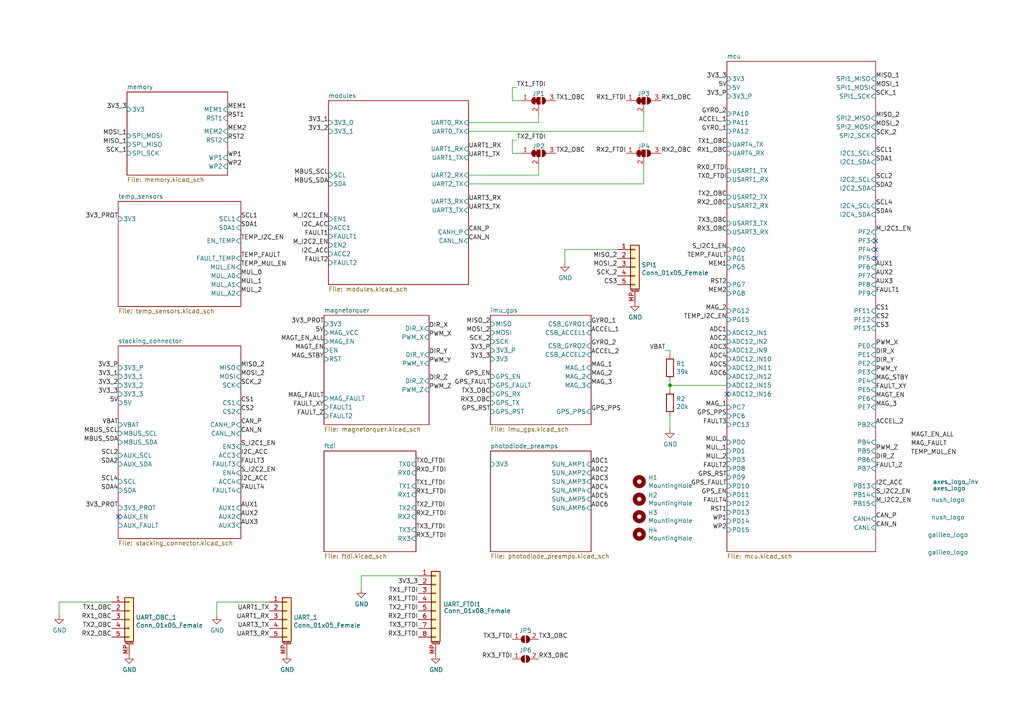
<source format=kicad_sch>
(kicad_sch (version 20211123) (generator eeschema)
  (paper "A4")
  (title_block (title "CubeSat On Board Computer") (date "2022-08-10") (rev "2.0"))
  (lib_symbols
    (symbol "Connector_Generic_MountingPin:Conn_01x05_MountingPin" (pin_names (offset 1.016) hide)
      (property "Reference" "J" (at 0 7.62 0))
      (property "Value" "Conn_01x05_MountingPin" (at 1.27 -7.62 0))
      (symbol "Conn_01x05_MountingPin_1_1"
        (rectangle (start -1.27 -4.953) (end 0 -5.207) (stroke (width 0.1524)))
        (rectangle (start -1.27 -2.413) (end 0 -2.667) (stroke (width 0.1524)))
        (rectangle (start -1.27 0.127) (end 0 -0.127) (stroke (width 0.1524)))
        (rectangle (start -1.27 2.667) (end 0 2.413) (stroke (width 0.1524)))
        (rectangle (start -1.27 5.207) (end 0 4.953) (stroke (width 0.1524)))
        (rectangle (start -1.27 6.35) (end 1.27 -6.35) (stroke (width 0.254)) (fill (type background)))
        (polyline (pts (xy -1.016 -7.112) (xy 1.016 -7.112)) (stroke (width 0.1524)))
        (text "Mounting" (at 0 -6.731 0) (effects (font (size 0.381 0.381))))
        (pin passive line (at -5.08 5.08 0) (length 3.81) (name "Pin_1") (number "1"))
        (pin passive line (at -5.08 2.54 0) (length 3.81) (name "Pin_2") (number "2"))
        (pin passive line (at -5.08 0 0) (length 3.81) (name "Pin_3") (number "3"))
        (pin passive line (at -5.08 -2.54 0) (length 3.81) (name "Pin_4") (number "4"))
        (pin passive line (at -5.08 -5.08 0) (length 3.81) (name "Pin_5") (number "5"))
        (pin passive line (at 0 -10.16 90) (length 3.048) (name "MountPin") (number "MP"))
      )
    )
    (symbol "Connector_Generic_MountingPin:Conn_01x08_MountingPin" (pin_names (offset 1.016) hide)
      (property "Reference" "J" (at 0 10.16 0))
      (property "Value" "Conn_01x08_MountingPin" (at 1.27 -12.7 0))
      (symbol "Conn_01x08_MountingPin_1_1"
        (rectangle (start -1.27 -10.033) (end 0 -10.287) (stroke (width 0.1524)))
        (rectangle (start -1.27 -7.493) (end 0 -7.747) (stroke (width 0.1524)))
        (rectangle (start -1.27 -4.953) (end 0 -5.207) (stroke (width 0.1524)))
        (rectangle (start -1.27 -2.413) (end 0 -2.667) (stroke (width 0.1524)))
        (rectangle (start -1.27 0.127) (end 0 -0.127) (stroke (width 0.1524)))
        (rectangle (start -1.27 2.667) (end 0 2.413) (stroke (width 0.1524)))
        (rectangle (start -1.27 5.207) (end 0 4.953) (stroke (width 0.1524)))
        (rectangle (start -1.27 7.747) (end 0 7.493) (stroke (width 0.1524)))
        (rectangle (start -1.27 8.89) (end 1.27 -11.43) (stroke (width 0.254)) (fill (type background)))
        (polyline (pts (xy -1.016 -12.192) (xy 1.016 -12.192)) (stroke (width 0.1524)))
        (text "Mounting" (at 0 -11.811 0) (effects (font (size 0.381 0.381))))
        (pin passive line (at -5.08 7.62 0) (length 3.81) (name "Pin_1") (number "1"))
        (pin passive line (at -5.08 5.08 0) (length 3.81) (name "Pin_2") (number "2"))
        (pin passive line (at -5.08 2.54 0) (length 3.81) (name "Pin_3") (number "3"))
        (pin passive line (at -5.08 0 0) (length 3.81) (name "Pin_4") (number "4"))
        (pin passive line (at -5.08 -2.54 0) (length 3.81) (name "Pin_5") (number "5"))
        (pin passive line (at -5.08 -5.08 0) (length 3.81) (name "Pin_6") (number "6"))
        (pin passive line (at -5.08 -7.62 0) (length 3.81) (name "Pin_7") (number "7"))
        (pin passive line (at -5.08 -10.16 0) (length 3.81) (name "Pin_8") (number "8"))
        (pin passive line (at 0 -15.24 90) (length 3.048) (name "MountPin") (number "MP"))
      )
    )
    (symbol "Device:R" (pin_numbers hide) (pin_names (offset 0))
      (property "Reference" "R" (at 2.032 0 90))
      (property "Value" "R" (at 0 0 90))
      (symbol "R_0_1"
        (rectangle (start -1.016 -2.54) (end 1.016 2.54) (stroke (width 0.254)))
      )
      (symbol "R_1_1"
        (pin passive line (at 0 3.81 270) (length 1.27) (name "~") (number "1"))
        (pin passive line (at 0 -3.81 90) (length 1.27) (name "~") (number "2"))
      )
    )
    (symbol "Jumper:SolderJumper_2_Open" (pin_names (offset 0) hide)
      (property "Reference" "JP" (at 0 2.032 0))
      (property "Value" "SolderJumper_2_Open" (at 0 -2.54 0))
      (symbol "SolderJumper_2_Open_0_1"
        (arc (start -0.254 1.016) (mid -1.27 0) (end -0.254 -1.016))
        (arc (start -0.254 1.016) (mid -1.27 0) (end -0.254 -1.016) (fill (type outline)))
        (polyline (pts (xy -0.254 1.016) (xy -0.254 -1.016)))
        (polyline (pts (xy 0.254 1.016) (xy 0.254 -1.016)))
        (arc (start 0.254 -1.016) (mid 1.27 0) (end 0.254 1.016))
        (arc (start 0.254 -1.016) (mid 1.27 0) (end 0.254 1.016) (fill (type outline)))
      )
      (symbol "SolderJumper_2_Open_1_1"
        (pin passive line (at -3.81 0 0) (length 2.54) (name "A") (number "1"))
        (pin passive line (at 3.81 0 180) (length 2.54) (name "B") (number "2"))
      )
    )
    (symbol "Jumper:SolderJumper_3_Bridged12" (pin_names (offset 0) hide)
      (property "Reference" "JP" (at -2.54 -2.54 0))
      (property "Value" "SolderJumper_3_Bridged12" (at 0 2.794 0))
      (symbol "SolderJumper_3_Bridged12_0_1"
        (rectangle (start -1.016 0.508) (end -0.508 -0.508) (fill (type outline)))
        (arc (start -1.016 1.016) (mid -2.032 0) (end -1.016 -1.016))
        (arc (start -1.016 1.016) (mid -2.032 0) (end -1.016 -1.016) (fill (type outline)))
        (rectangle (start -0.508 1.016) (end 0.508 -1.016) (fill (type outline)))
        (polyline (pts (xy -2.54 0) (xy -2.032 0)))
        (polyline (pts (xy -1.016 1.016) (xy -1.016 -1.016)))
        (polyline (pts (xy 0 -1.27) (xy 0 -1.016)))
        (polyline (pts (xy 1.016 1.016) (xy 1.016 -1.016)))
        (polyline (pts (xy 2.54 0) (xy 2.032 0)))
        (arc (start 1.016 -1.016) (mid 2.032 0) (end 1.016 1.016))
        (arc (start 1.016 -1.016) (mid 2.032 0) (end 1.016 1.016) (fill (type outline)))
      )
      (symbol "SolderJumper_3_Bridged12_1_1"
        (pin passive line (at -5.08 0 0) (length 2.54) (name "A") (number "1"))
        (pin passive line (at 0 -3.81 90) (length 2.54) (name "C") (number "2"))
        (pin passive line (at 5.08 0 180) (length 2.54) (name "B") (number "3"))
      )
    )
    (symbol "Mechanical:MountingHole" (pin_names (offset 1.016))
      (property "Reference" "H" (at 0 5.08 0))
      (property "Value" "MountingHole" (at 0 3.175 0))
      (symbol "MountingHole_0_1"
        (circle (center 0 0) (radius 1.27) (stroke (width 1.27)))
      )
    )
    (symbol "cubesat_obc_lib:axes_logo" (in_bom no)
      (property "Reference" "LOGO" (at 0 0 0))
      (property "Value" "axes_logo" (at 0 0 0))
    )
    (symbol "cubesat_obc_lib:galileo_logo" (in_bom no)
      (property "Reference" "LOGO" (at 0 0 0))
      (property "Value" "galileo_logo" (at 0 0 0))
    )
    (symbol "cubesat_obc_lib:nush_logo" (in_bom no)
      (property "Reference" "LOGO" (at 0 0 0))
      (property "Value" "nush_logo" (at 0 0 0))
    )
    (symbol "galileo_logo_1" (in_bom no)
      (property "Reference" "LOGO" (at 0 0 0))
      (property "Value" "galileo_logo_1" (at 0 0 0))
    )
    (symbol "nush_logo_1" (in_bom no)
      (property "Reference" "LOGO" (at 0 0 0))
      (property "Value" "nush_logo_1" (at 0 0 0))
    )
    (symbol "power:GND" (power) (pin_names (offset 0))
      (property "Value" "GND" (at 0 -3.81 0))
      (symbol "GND_0_1"
        (polyline (pts (xy 0 0) (xy 0 -1.27) (xy 1.27 -1.27) (xy 0 -2.54) (xy -1.27 -1.27) (xy 0 -1.27)))
      )
      (symbol "GND_1_1"
        (pin power_in line (at 0 0 270) (length 0) hide (name "GND") (number "1"))
      )
    )
  )
  (junction (at 194.31 111.76))
  (no_connect (at 210.82 114.3))
  (no_connect (at 34.29 149.86))
  (no_connect (at 254 69.85))
  (no_connect (at 254 72.39))
  (no_connect (at 254 74.93))
  (wire (pts (xy 186.69 53.34) (xy 186.69 48.26)))
  (wire (pts (xy 194.31 110.49) (xy 194.31 111.76)))
  (wire (pts (xy 148.59 29.21) (xy 151.13 29.21)))
  (wire (pts (xy 135.89 38.1) (xy 186.69 38.1)))
  (wire (pts (xy 148.59 44.45) (xy 151.13 44.45)))
  (wire (pts (xy 210.82 111.76) (xy 194.31 111.76)))
  (wire (pts (xy 156.21 50.8) (xy 156.21 48.26)))
  (wire (pts (xy 163.83 72.39) (xy 179.07 72.39)))
  (wire (pts (xy 135.89 53.34) (xy 186.69 53.34)))
  (wire (pts (xy 17.145 178.435) (xy 17.145 174.625)))
  (wire (pts (xy 17.145 174.625) (xy 32.385 174.625)))
  (wire (pts (xy 186.69 38.1) (xy 186.69 33.02)))
  (wire (pts (xy 104.775 167.005) (xy 121.285 167.005)))
  (wire (pts (xy 135.89 50.8) (xy 156.21 50.8)))
  (wire (pts (xy 104.775 167.005) (xy 104.775 170.815)))
  (wire (pts (xy 148.59 40.64) (xy 148.59 44.45)))
  (wire (pts (xy 135.89 35.56) (xy 156.21 35.56)))
  (wire (pts (xy 193.04 101.6) (xy 194.31 101.6)))
  (wire (pts (xy 149.86 25.4) (xy 148.59 25.4)))
  (wire (pts (xy 149.86 40.64) (xy 148.59 40.64)))
  (wire (pts (xy 163.83 76.2) (xy 163.83 72.39)))
  (wire (pts (xy 156.21 35.56) (xy 156.21 33.02)))
  (wire (pts (xy 194.31 124.46) (xy 194.31 120.65)))
  (wire (pts (xy 62.865 174.625) (xy 78.105 174.625)))
  (wire (pts (xy 194.31 101.6) (xy 194.31 102.87)))
  (wire (pts (xy 148.59 25.4) (xy 148.59 29.21)))
  (wire (pts (xy 194.31 111.76) (xy 194.31 113.03)))
  (wire (pts (xy 62.865 178.435) (xy 62.865 174.625)))
  (label "RX0_FTDI" (at 210.82 49.53 180))
  (label "TEMP_I2C_EN" (at 210.82 92.71 180))
  (label "MAGT_EN" (at 254 115.57 0))
  (label "MOSI_2" (at 142.24 96.52 180))
  (label "GPS_FAULT" (at 210.82 140.97 180))
  (label "GPS_PPS" (at 171.45 119.38 0))
  (label "RX3_FTDI" (at 121.285 184.785 180))
  (label "ADC6" (at 171.45 147.32 0))
  (label "SCK_2" (at 142.24 99.06 180))
  (label "RX2_OBC" (at 191.77 44.45 0))
  (label "RST2" (at 66.04 40.64 0))
  (label "RX3_FTDI" (at 148.59 191.135 180))
  (label "TX3_OBC" (at 142.24 114.3 180))
  (label "MAG_1" (at 171.45 106.68 0))
  (label "DIR_Y" (at 124.46 102.87 0))
  (label "UART3_TX" (at 135.89 60.96 0))
  (label "TX1_FTDI" (at 121.285 172.085 180))
  (label "GYRO_2" (at 171.45 100.33 0))
  (label "3V3_P" (at 142.24 101.6 180))
  (label "TX2_OBC" (at 32.385 182.245 180))
  (label "FAULT3" (at 210.82 123.19 180))
  (label "DIR_Y" (at 254 105.41 0))
  (label "FAULT4" (at 69.85 142.24 0))
  (label "MBUS_SCL" (at 95.25 50.8 180))
  (label "AUX1" (at 69.85 147.32 0))
  (label "CS1" (at 69.85 116.84 0))
  (label "TX1_FTDI" (at 149.86 25.4 0))
  (label "MAG_2" (at 171.45 109.22 0))
  (label "GYRO_2" (at 210.82 33.02 180))
  (label "ADC5" (at 210.82 106.68 180))
  (label "SDA1" (at 254 46.99 0))
  (label "SCL2" (at 254 52.07 0))
  (label "MEM2" (at 66.04 38.1 0))
  (label "MUL_2" (at 69.85 85.09 0))
  (label "FAULT1" (at 254 85.09 0))
  (label "TX1_FTDI" (at 120.65 140.97 0))
  (label "RX3_OBC" (at 156.21 191.135 0))
  (label "SDA2" (at 254 54.61 0))
  (label "RX3_OBC" (at 142.24 116.84 180))
  (label "ACCEL_2" (at 171.45 102.87 0))
  (label "MUL_0" (at 69.85 80.01 0))
  (label "ADC1" (at 210.82 96.52 180))
  (label "CS3" (at 179.07 82.55 180))
  (label "PWM_Z" (at 254 130.81 0))
  (label "RX3_OBC" (at 210.82 67.31 180))
  (label "TEMP_MUL_EN" (at 264.16 132.08 0))
  (label "S_I2C2_EN" (at 69.85 137.16 0))
  (label "PWM_X" (at 254 100.33 0))
  (label "TX3_OBC" (at 156.21 185.42 0))
  (label "MEM2" (at 210.82 85.09 180))
  (label "ADC1" (at 171.45 134.62 0))
  (label "RX1_OBC" (at 210.82 44.45 180))
  (label "M_I2C2_EN" (at 254 146.05 0))
  (label "CAN_P" (at 135.89 67.31 0))
  (label "M_I2C1_EN" (at 254 67.31 0))
  (label "PWM_Y" (at 254 107.95 0))
  (label "MUL_1" (at 69.85 82.55 0))
  (label "RX1_OBC" (at 32.385 179.705 180))
  (label "FAULT_Z" (at 254 135.89 0))
  (label "UART1_RX" (at 78.105 179.705 180))
  (label "GPS_RST" (at 142.24 119.38 180))
  (label "S_I2C1_EN" (at 69.85 129.54 0))
  (label "5V" (at 93.98 96.52 180))
  (label "MOSI_2" (at 254 36.83 0))
  (label "TX3_OBC" (at 210.82 64.77 180))
  (label "SDA1" (at 69.85 66.04 0))
  (label "DIR_Z" (at 124.46 110.49 0))
  (label "DIR_Z" (at 254 133.35 0))
  (label "RX1_FTDI" (at 121.285 174.625 180))
  (label "RX1_FTDI" (at 120.65 143.51 0))
  (label "WP2" (at 210.82 153.67 180))
  (label "S_I2C2_EN" (at 254 143.51 0))
  (label "AUX3" (at 69.85 152.4 0))
  (label "ADC2" (at 210.82 99.06 180))
  (label "VBAT" (at 193.04 101.6 180))
  (label "CS1" (at 254 90.17 0))
  (label "MUL_0" (at 210.82 128.27 180))
  (label "3V3_3" (at 210.82 22.86 180))
  (label "MISO_2" (at 179.07 74.93 180))
  (label "GPS_PPS" (at 210.82 120.65 180))
  (label "M_I2C1_EN" (at 95.25 63.5 180))
  (label "RST1" (at 210.82 148.59 180))
  (label "MISO_2" (at 142.24 93.98 180))
  (label "MUL_1" (at 210.82 130.81 180))
  (label "RX2_FTDI" (at 121.285 179.705 180))
  (label "ACCEL_2" (at 254 123.19 0))
  (label "GYRO_1" (at 210.82 38.1 180))
  (label "AUX2" (at 69.85 149.86 0))
  (label "MAG_STBY" (at 254 110.49 0))
  (label "TX2_FTDI" (at 120.65 147.32 0))
  (label "TX1_OBC" (at 210.82 41.91 180))
  (label "MEM1" (at 66.04 31.75 0))
  (label "TEMP_MUL_EN" (at 69.85 77.47 0))
  (label "MEM1" (at 210.82 77.47 180))
  (label "MOSI_1" (at 254 25.4 0))
  (label "3V3_P" (at 210.82 27.94 180))
  (label "UART1_RX" (at 135.89 43.18 0))
  (label "SCL1" (at 69.85 63.5 0))
  (label "FAULT_Z" (at 93.98 120.65 180))
  (label "CAN_N" (at 254 153.035 0))
  (label "RST2" (at 210.82 82.55 180))
  (label "SCK_2" (at 179.07 80.01 180))
  (label "RX2_OBC" (at 32.385 184.785 180))
  (label "RX0_FTDI" (at 120.65 137.16 0))
  (label "SCL1" (at 254 44.45 0))
  (label "SCL4" (at 254 59.69 0))
  (label "AUX2" (at 254 80.01 0))
  (label "MOSI_2" (at 179.07 77.47 180))
  (label "5V" (at 210.82 25.4 180))
  (label "MISO_2" (at 69.85 106.68 0))
  (label "3V3_3" (at 34.29 114.3 180))
  (label "3V3_3" (at 142.24 104.14 180))
  (label "WP2" (at 66.04 48.26 0))
  (label "MAGT_EN_ALL" (at 264.16 127 0))
  (label "RX3_FTDI" (at 120.65 156.21 0))
  (label "ADC5" (at 171.45 144.78 0))
  (label "MOSI_1" (at 36.83 39.37 180))
  (label "MBUS_SDA" (at 95.25 53.34 180))
  (label "SCL2" (at 34.29 132.08 180))
  (label "MAGT_EN_ALL" (at 93.98 99.06 180))
  (label "MBUS_SDA" (at 34.29 128.27 180))
  (label "AUX3" (at 254 82.55 0))
  (label "TEMP_FAULT" (at 210.82 74.93 180))
  (label "I2C_ACC" (at 95.25 66.04 180))
  (label "TX2_FTDI" (at 121.285 177.165 180))
  (label "M_I2C2_EN" (at 95.25 71.12 180))
  (label "TX0_FTDI" (at 120.65 134.62 0))
  (label "TX1_OBC" (at 161.29 29.21 0))
  (label "3V3_PROT" (at 34.29 147.32 180))
  (label "UART3_RX" (at 135.89 58.42 0))
  (label "MUL_2" (at 210.82 133.35 180))
  (label "RX2_FTDI" (at 181.61 44.45 180))
  (label "DIR_X" (at 124.46 95.25 0))
  (label "SCK_2" (at 254 39.37 0))
  (label "3V3_2" (at 95.25 38.1 180))
  (label "SDA4" (at 254 62.23 0))
  (label "GPS_FAULT" (at 142.24 111.76 180))
  (label "RX2_OBC" (at 210.82 59.69 180))
  (label "3V3_2" (at 34.29 111.76 180))
  (label "UART3_RX" (at 78.105 184.785 180))
  (label "MBUS_SCL" (at 34.29 125.73 180))
  (label "AUX1" (at 254 77.47 0))
  (label "MOSI_2" (at 69.85 109.22 0))
  (label "SDA4" (at 34.29 142.24 180))
  (label "MAGT_EN" (at 93.98 101.6 180))
  (label "SCK_1" (at 254 27.94 0))
  (label "WP1" (at 66.04 45.72 0))
  (label "MISO_1" (at 254 22.86 0))
  (label "CS2" (at 254 92.71 0))
  (label "FAULT2" (at 210.82 135.89 180))
  (label "DIR_X" (at 254 102.87 0))
  (label "3V3_3" (at 36.83 31.75 180))
  (label "TX3_FTDI" (at 120.65 153.67 0))
  (label "FAULT3" (at 69.85 134.62 0))
  (label "TX2_OBC" (at 161.29 44.45 0))
  (label "RST1" (at 66.04 34.29 0))
  (label "FAULT2" (at 95.25 76.2 180))
  (label "CAN_P" (at 69.85 123.19 0))
  (label "FAULT4" (at 210.82 146.05 180))
  (label "CAN_P" (at 254 150.495 0))
  (label "TX2_OBC" (at 210.82 57.15 180))
  (label "CS2" (at 69.85 119.38 0))
  (label "ACCEL_1" (at 171.45 96.52 0))
  (label "ADC3" (at 171.45 139.7 0))
  (label "I2C_ACC" (at 254 140.97 0))
  (label "MAG_3" (at 254 118.11 0))
  (label "GYRO_1" (at 171.45 93.98 0))
  (label "GPS_EN" (at 210.82 143.51 180))
  (label "3V3_1" (at 34.29 109.22 180))
  (label "RX1_OBC" (at 191.77 29.21 0))
  (label "RX2_FTDI" (at 120.65 149.86 0))
  (label "TX3_FTDI" (at 148.59 185.42 180))
  (label "ADC4" (at 210.82 104.14 180))
  (label "TX1_OBC" (at 32.385 177.165 180))
  (label "MAG_3" (at 171.45 111.76 0))
  (label "SDA2" (at 34.29 134.62 180))
  (label "I2C_ACC" (at 69.85 132.08 0))
  (label "ADC3" (at 210.82 101.6 180))
  (label "FAULT_XY" (at 93.98 118.11 180))
  (label "UART3_TX" (at 78.105 182.245 180))
  (label "TEMP_I2C_EN" (at 69.85 69.85 0))
  (label "TX3_FTDI" (at 121.285 182.245 180))
  (label "I2C_ACC" (at 69.85 139.7 0))
  (label "ADC2" (at 171.45 137.16 0))
  (label "CS3" (at 254 95.25 0))
  (label "UART1_TX" (at 135.89 45.72 0))
  (label "MISO_1" (at 36.83 41.91 180))
  (label "PWM_X" (at 124.46 97.79 0))
  (label "I2C_ACC" (at 95.25 73.66 180))
  (label "MISO_2" (at 254 34.29 0))
  (label "TX2_FTDI" (at 149.86 40.64 0))
  (label "VBAT" (at 34.29 123.19 180))
  (label "UART1_TX" (at 78.105 177.165 180))
  (label "3V3_3" (at 121.285 169.545 180))
  (label "PWM_Z" (at 124.46 113.03 0))
  (label "ACCEL_1" (at 210.82 35.56 180))
  (label "GPS_EN" (at 142.24 109.22 180))
  (label "GPS_RST" (at 210.82 138.43 180))
  (label "S_I2C1_EN" (at 210.82 72.39 180))
  (label "ADC4" (at 171.45 142.24 0))
  (label "ADC6" (at 210.82 109.22 180))
  (label "SCK_1" (at 36.83 44.45 180))
  (label "3V3_P" (at 34.29 106.68 180))
  (label "MAG_STBY" (at 93.98 104.14 180))
  (label "SCK_2" (at 69.85 111.76 0))
  (label "TX0_FTDI" (at 210.82 52.07 180))
  (label "SCL4" (at 34.29 139.7 180))
  (label "FAULT1" (at 95.25 68.58 180))
  (label "CAN_N" (at 69.85 125.73 0))
  (label "RX1_FTDI" (at 181.61 29.21 180))
  (label "WP1" (at 210.82 151.13 180))
  (label "MAG_1" (at 210.82 118.11 180))
  (label "3V3_PROT" (at 34.29 63.5 180))
  (label "MAG_FAULT" (at 264.16 129.54 0))
  (label "5V" (at 34.29 116.84 180))
  (label "CAN_N" (at 135.89 69.85 0))
  (label "FAULT_XY" (at 254 113.03 0))
  (label "3V3_PROT" (at 93.98 93.98 180))
  (label "TEMP_FAULT" (at 69.85 74.93 0))
  (label "3V3_1" (at 95.25 35.56 180))
  (label "MAG_2" (at 210.82 90.17 180))
  (label "MAG_FAULT" (at 93.98 115.57 180))
  (label "PWM_Y" (at 124.46 105.41 0))
  (symbol (lib_id "Connector_Generic_MountingPin:Conn_01x05_MountingPin") (at 184.15 77.47 0) (unit 1)
    (property "Reference" "SPI1" (at 186.055 76.835 0) (effects (justify left)))
    (property "Value" "Conn_01x05_Female" (at 186.055 79.1464 0) (effects (justify left)))
    (property "Footprint" "Connector_Molex:Molex_PicoBlade_53261-0571_1x05-1MP_P1.25mm_Horizontal" (effects hide))
    (property "Digikey Part Number" "WM26499CT-ND" (effects hide))
  )
  (symbol (lib_id "Mechanical:MountingHole") (at 185.42 149.86 0) (unit 1) (in_bom no)
    (property "Reference" "H3" (at 187.96 148.6916 0) (effects (justify left)))
    (property "Value" "MountingHole" (at 187.96 151.003 0) (effects (justify left)))
    (property "Footprint" "MountingHole:MountingHole_3.2mm_M3_DIN965_Pad" (effects hide))
  )
  (symbol (lib_id "Mechanical:MountingHole") (at 185.42 154.94 0) (unit 1) (in_bom no)
    (property "Reference" "H4" (at 187.96 153.7716 0) (effects (justify left)))
    (property "Value" "MountingHole" (at 187.96 156.083 0) (effects (justify left)))
    (property "Footprint" "MountingHole:MountingHole_3.2mm_M3_DIN965_Pad" (effects hide))
  )
  (symbol (lib_id "Mechanical:MountingHole") (at 185.42 144.78 0) (unit 1) (in_bom no)
    (property "Reference" "H2" (at 187.96 143.6116 0) (effects (justify left)))
    (property "Value" "MountingHole" (at 187.96 145.923 0) (effects (justify left)))
    (property "Footprint" "MountingHole:MountingHole_3.2mm_M3_DIN965_Pad" (effects hide))
  )
  (symbol (lib_id "Mechanical:MountingHole") (at 185.42 139.7 0) (unit 1) (in_bom no)
    (property "Reference" "H1" (at 187.96 138.5316 0) (effects (justify left)))
    (property "Value" "MountingHole" (at 187.96 140.843 0) (effects (justify left)))
    (property "Footprint" "MountingHole:MountingHole_3.2mm_M3_DIN965_Pad" (effects hide))
  )
  (symbol (lib_id "power:GND") (at 104.775 170.815 0) (unit 1)
    (property "Reference" "#PWR03" (effects hide))
    (property "Value" "GND" (at 104.902 175.2092 0))
  )
  (symbol (lib_id "power:GND") (at 163.83 76.2 0) (unit 1)
    (property "Reference" "#PWR06" (effects hide))
    (property "Value" "GND" (at 163.957 80.5942 0))
  )
  (symbol (lib_id "Connector_Generic_MountingPin:Conn_01x08_MountingPin") (at 126.365 174.625 0) (unit 1)
    (property "Reference" "UART_FTDI1" (at 133.985 175.26 0))
    (property "Value" "Conn_01x08_Female" (at 138.43 177.165 0))
    (property "Footprint" "Connector_Molex:Molex_PicoBlade_53261-0871_1x08-1MP_P1.25mm_Horizontal" (effects hide))
    (property "Digikey Part Number" "WM26501CT-ND" (effects hide))
  )
  (symbol (lib_id "Device:R") (at 194.31 106.68 0) (unit 1)
    (property "Reference" "R1" (at 196.088 105.5116 0) (effects (justify left)))
    (property "Value" "39k" (at 196.088 107.823 0) (effects (justify left)))
    (property "Footprint" "Resistor_SMD:R_0402_1005Metric" (effects hide))
    (property "Digikey Part Number" "YAG2089CT-ND" (effects hide))
  )
  (symbol (lib_id "Device:R") (at 194.31 116.84 0) (unit 1)
    (property "Reference" "R2" (at 196.088 115.6716 0) (effects (justify left)))
    (property "Value" "20k" (at 196.088 117.983 0) (effects (justify left)))
    (property "Footprint" "Resistor_SMD:R_0603_1608Metric" (effects hide))
    (property "Digikey Part Number" "YAG2114CT-ND" (effects hide))
  )
  (symbol (lib_id "power:GND") (at 194.31 124.46 0) (unit 1)
    (property "Reference" "#PWR07" (effects hide))
    (property "Value" "GND" (at 194.437 128.8542 0))
  )
  (symbol (lib_name "galileo_logo_1") (lib_id "cubesat_obc_lib:galileo_logo") (at 274.955 161.29 0) (unit 1) (in_bom no)
    (property "Reference" "LOGO4" (effects hide))
    (property "Value" "galileo_logo" (at 274.955 160.178 0))
    (property "Footprint" "cubesat_obc:logo" (effects hide))
  )
  (symbol (lib_id "power:GND") (at 126.365 189.865 0) (unit 1)
    (property "Reference" "#PWR0103" (effects hide))
    (property "Value" "GND" (at 126.492 194.2592 0))
  )
  (symbol (lib_id "cubesat_obc_lib:galileo_logo") (at 274.955 156.21 0) (unit 1) (in_bom no)
    (property "Reference" "LOGO2" (effects hide))
    (property "Value" "galileo_logo" (at 274.955 155.098 0))
    (property "Footprint" "cubesat_obc:logo" (effects hide))
  )
  (symbol (lib_id "Jumper:SolderJumper_3_Bridged12") (at 186.69 44.45 0) (unit 1) (in_bom no)
    (property "Reference" "JP4" (at 186.69 42.3982 0))
    (property "Value" "SolderJumper_3_Bridged12" (effects hide))
    (property "Footprint" "Jumper:SolderJumper-3_P1.3mm_Bridged12_RoundedPad1.0x1.5mm_NumberLabels" (effects hide))
  )
  (symbol (lib_id "Jumper:SolderJumper_3_Bridged12") (at 156.21 44.45 0) (unit 1) (in_bom no)
    (property "Reference" "JP2" (at 156.21 42.3982 0))
    (property "Value" "SolderJumper_3_Bridged12" (effects hide))
    (property "Footprint" "Jumper:SolderJumper-3_P1.3mm_Bridged12_RoundedPad1.0x1.5mm_NumberLabels" (effects hide))
  )
  (symbol (lib_id "cubesat_obc_lib:axes_logo") (at 274.955 141.605 0) (unit 1) (in_bom no)
    (property "Reference" "LOGO5" (effects hide))
    (property "Value" "axes_logo" (at 270.51 141.605 0) (effects (justify left)))
    (property "Footprint" "cubesat_obc:axes" (effects hide))
  )
  (symbol (lib_id "Jumper:SolderJumper_3_Bridged12") (at 156.21 29.21 0) (unit 1) (in_bom no)
    (property "Reference" "JP1" (at 156.21 27.1582 0))
    (property "Value" "SolderJumper_3_Bridged12" (effects hide))
    (property "Footprint" "Jumper:SolderJumper-3_P1.3mm_Bridged12_RoundedPad1.0x1.5mm_NumberLabels" (effects hide))
  )
  (symbol (lib_id "power:GND") (at 37.465 189.865 0) (unit 1)
    (property "Reference" "#PWR0105" (effects hide))
    (property "Value" "GND" (at 37.592 194.2592 0))
  )
  (symbol (lib_id "Jumper:SolderJumper_3_Bridged12") (at 186.69 29.21 0) (unit 1) (in_bom no)
    (property "Reference" "JP3" (at 186.69 27.1582 0))
    (property "Value" "SolderJumper_3_Bridged12" (effects hide))
    (property "Footprint" "Jumper:SolderJumper-3_P1.3mm_Bridged12_RoundedPad1.0x1.5mm_NumberLabels" (effects hide))
  )
  (symbol (lib_id "Jumper:SolderJumper_2_Open") (at 152.4 185.42 0) (unit 1)
    (property "Reference" "JP5" (at 152.4 182.88 0))
    (property "Value" "SolderJumper_2_Open" (effects hide))
    (property "Footprint" "Jumper:SolderJumper-2_P1.3mm_Open_RoundedPad1.0x1.5mm" (effects hide))
  )
  (symbol (lib_id "power:GND") (at 62.865 178.435 0) (unit 1)
    (property "Reference" "#PWR01" (effects hide))
    (property "Value" "GND" (at 62.992 182.8292 0))
  )
  (symbol (lib_id "power:GND") (at 184.15 87.63 0) (unit 1)
    (property "Reference" "#PWR0102" (effects hide))
    (property "Value" "GND" (at 184.277 92.0242 0))
  )
  (symbol (lib_id "cubesat_obc_lib:axes_logo") (at 274.955 139.7 0) (unit 1) (in_bom no)
    (property "Reference" "LOGO6" (effects hide))
    (property "Value" "axes_logo_inv" (at 270.51 139.7 0) (effects (justify left)))
    (property "Footprint" "cubesat_obc:axes_inv" (effects hide))
  )
  (symbol (lib_name "nush_logo_1") (lib_id "cubesat_obc_lib:nush_logo") (at 274.955 144.78 0) (unit 1) (in_bom no)
    (property "Reference" "LOGO3" (effects hide))
    (property "Value" "nush_logo" (at 274.955 144.938 0))
    (property "Footprint" "cubesat_obc:nush" (effects hide))
  )
  (symbol (lib_id "Connector_Generic_MountingPin:Conn_01x05_MountingPin") (at 83.185 179.705 0) (unit 1)
    (property "Reference" "UART_1" (at 85.09 179.07 0) (effects (justify left)))
    (property "Value" "Conn_01x05_Female" (at 85.09 181.3814 0) (effects (justify left)))
    (property "Footprint" "Connector_Molex:Molex_PicoBlade_53261-0571_1x05-1MP_P1.25mm_Horizontal" (effects hide))
    (property "Digikey Part Number" "WM26499CT-ND" (effects hide))
  )
  (symbol (lib_id "power:GND") (at 83.185 189.865 0) (unit 1)
    (property "Reference" "#PWR0104" (effects hide))
    (property "Value" "GND" (at 83.312 194.2592 0))
  )
  (symbol (lib_id "power:GND") (at 17.145 178.435 0) (unit 1)
    (property "Reference" "#PWR02" (effects hide))
    (property "Value" "GND" (at 17.272 182.8292 0))
  )
  (symbol (lib_id "cubesat_obc_lib:nush_logo") (at 274.955 149.86 0) (unit 1) (in_bom no)
    (property "Reference" "LOGO1" (effects hide))
    (property "Value" "nush_logo" (at 274.955 150.018 0))
    (property "Footprint" "cubesat_obc:nush" (effects hide))
  )
  (symbol (lib_id "Jumper:SolderJumper_2_Open") (at 152.4 191.135 0) (unit 1)
    (property "Reference" "JP6" (at 152.4 188.595 0))
    (property "Value" "SolderJumper_2_Open" (effects hide))
    (property "Footprint" "Jumper:SolderJumper-2_P1.3mm_Open_RoundedPad1.0x1.5mm" (effects hide))
  )
  (symbol (lib_id "Connector_Generic_MountingPin:Conn_01x05_MountingPin") (at 37.465 179.705 0) (unit 1)
    (property "Reference" "UART_OBC_1" (at 39.37 179.07 0) (effects (justify left)))
    (property "Value" "Conn_01x05_Female" (at 39.37 181.3814 0) (effects (justify left)))
    (property "Footprint" "Connector_Molex:Molex_PicoBlade_53261-0571_1x05-1MP_P1.25mm_Horizontal" (effects hide))
    (property "Digikey Part Number" "WM26499CT-ND" (effects hide))
  )
  (sheet (at 210.82 17.78) (size 43.18 142.24)
    (property "Sheet name" "mcu" (at 210.82 17.0684 0) (effects (justify left bottom)))
    (property "Sheet file" "mcu.kicad_sch" (at 210.82 160.6046 0) (effects (justify left top)))
    (pin "3V3" input (at 210.82 22.86 180))
    (pin "SPI1_SCK" input (at 254 27.94 0))
    (pin "SPI1_MISO" input (at 254 22.86 0))
    (pin "SPI1_MOSI" input (at 254 25.4 0))
    (pin "I2C1_SDA" input (at 254 46.99 0))
    (pin "I2C1_SCL" input (at 254 44.45 0))
    (pin "SPI2_MISO" input (at 254 34.29 0))
    (pin "SPI2_MOSI" input (at 254 36.83 0))
    (pin "SPI2_SCK" input (at 254 39.37 0))
    (pin "I2C2_SDA" input (at 254 54.61 0))
    (pin "I2C2_SCL" input (at 254 52.07 0))
    (pin "UART4_TX" input (at 210.82 41.91 180))
    (pin "UART4_RX" input (at 210.82 44.45 180))
    (pin "USART1_TX" input (at 210.82 49.53 180))
    (pin "USART1_RX" input (at 210.82 52.07 180))
    (pin "USART2_TX" input (at 210.82 57.15 180))
    (pin "USART2_RX" input (at 210.82 59.69 180))
    (pin "PE0" input (at 254 100.33 0))
    (pin "PE1" input (at 254 102.87 0))
    (pin "PE2" input (at 254 105.41 0))
    (pin "PE4" input (at 254 110.49 0))
    (pin "PE5" input (at 254 113.03 0))
    (pin "PE6" input (at 254 115.57 0))
    (pin "PF2" input (at 254 67.31 0))
    (pin "PF3" input (at 254 69.85 0))
    (pin "PF4" input (at 254 72.39 0))
    (pin "PF5" input (at 254 74.93 0))
    (pin "USART3_TX" input (at 210.82 64.77 180))
    (pin "USART3_RX" input (at 210.82 67.31 180))
    (pin "ADC12_IN11" input (at 210.82 106.68 180))
    (pin "ADC12_IN12" input (at 210.82 109.22 180))
    (pin "ADC12_IN16" input (at 210.82 114.3 180))
    (pin "ADC12_IN15" input (at 210.82 111.76 180))
    (pin "ADC12_IN9" input (at 210.82 101.6 180))
    (pin "ADC12_IN10" input (at 210.82 104.14 180))
    (pin "3V3_P" input (at 210.82 27.94 180))
    (pin "PG7" input (at 210.82 82.55 180))
    (pin "PG8" input (at 210.82 85.09 180))
    (pin "PG5" input (at 210.82 77.47 180))
    (pin "PD0" input (at 210.82 128.27 180))
    (pin "PD1" input (at 210.82 130.81 180))
    (pin "PG12" input (at 210.82 90.17 180))
    (pin "I2C4_SCL" input (at 254 59.69 0))
    (pin "I2C4_SDA" input (at 254 62.23 0))
    (pin "PG15" input (at 210.82 92.71 180))
    (pin "PE7" input (at 254 118.11 0))
    (pin "PD8" input (at 210.82 135.89 180))
    (pin "PD9" input (at 210.82 138.43 180))
    (pin "PD10" input (at 210.82 140.97 180))
    (pin "PD11" input (at 210.82 143.51 180))
    (pin "PF11" input (at 254 90.17 0))
    (pin "PF12" input (at 254 92.71 0))
    (pin "PF13" input (at 254 95.25 0))
    (pin "PD12" input (at 210.82 146.05 180))
    (pin "PD13" input (at 210.82 148.59 180))
    (pin "PD14" input (at 210.82 151.13 180))
    (pin "PD15" input (at 210.82 153.67 180))
    (pin "PA10" input (at 210.82 33.02 180))
    (pin "PA11" input (at 210.82 35.56 180))
    (pin "PA12" input (at 210.82 38.1 180))
    (pin "PC7" input (at 210.82 118.11 180))
    (pin "PC6" input (at 210.82 120.65 180))
    (pin "PB7" input (at 254 135.89 0))
    (pin "PB6" input (at 254 133.35 0))
    (pin "PB5" input (at 254 130.81 0))
    (pin "PF7" input (at 254 80.01 0))
    (pin "PF8" input (at 254 82.55 0))
    (pin "PF6" input (at 254 77.47 0))
    (pin "PF9" input (at 254 85.09 0))
    (pin "ADC12_IN2" input (at 210.82 99.06 180))
    (pin "ADC12_IN1" input (at 210.82 96.52 180))
    (pin "CANH" input (at 254 150.495 0))
    (pin "CANL" input (at 254 153.035 0))
    (pin "PB14" input (at 254 143.51 0))
    (pin "PB15" input (at 254 146.05 0))
    (pin "PG0" input (at 210.82 72.39 180))
    (pin "PG1" input (at 210.82 74.93 180))
    (pin "PC13" input (at 210.82 123.19 180))
    (pin "PD3" input (at 210.82 133.35 180))
    (pin "PB2" input (at 254 123.19 0))
    (pin "PB4" input (at 254 128.27 0))
    (pin "PE3" input (at 254 107.95 0))
    (pin "PB13" input (at 254 140.97 0))
    (pin "5V" input (at 210.82 25.4 180))
  )
  (sheet (at 34.29 58.42) (size 35.56 30.48)
    (property "Sheet name" "temp_sensors" (at 34.29 57.7084 0) (effects (justify left bottom)))
    (property "Sheet file" "temp_sensors.kicad_sch" (at 34.29 89.4846 0) (effects (justify left top)))
    (pin "3V3" input (at 34.29 63.5 180))
    (pin "SCL1" input (at 69.85 63.5 0))
    (pin "SDA1" input (at 69.85 66.04 0))
    (pin "EN_TEMP" input (at 69.85 69.85 0))
    (pin "FAULT_TEMP" input (at 69.85 74.93 0))
    (pin "MUL_EN" input (at 69.85 77.47 0))
    (pin "MUL_A0" input (at 69.85 80.01 0))
    (pin "MUL_A2" input (at 69.85 85.09 0))
    (pin "MUL_A1" input (at 69.85 82.55 0))
  )
  (sheet (at 36.83 26.67) (size 29.21 24.13)
    (property "Sheet name" "memory" (at 36.83 25.9584 0) (effects (justify left bottom)))
    (property "Sheet file" "memory.kicad_sch" (at 36.83 51.3846 0) (effects (justify left top)))
    (pin "3V3" input (at 36.83 31.75 180))
    (pin "SPI_MOSI" input (at 36.83 39.37 180))
    (pin "SPI_MISO" input (at 36.83 41.91 180))
    (pin "SPI_SCK" input (at 36.83 44.45 180))
    (pin "MEM1" input (at 66.04 31.75 0))
    (pin "RST1" input (at 66.04 34.29 0))
    (pin "MEM2" input (at 66.04 38.1 0))
    (pin "RST2" input (at 66.04 40.64 0))
    (pin "WP1" input (at 66.04 45.72 0))
    (pin "WP2" input (at 66.04 48.26 0))
  )
  (sheet (at 93.98 130.81) (size 26.67 29.21)
    (property "Sheet name" "ftdi" (at 93.98 130.0984 0) (effects (justify left bottom)))
    (property "Sheet file" "ftdi.kicad_sch" (at 93.98 160.6046 0) (effects (justify left top)))
    (pin "RX1" input (at 120.65 143.51 0))
    (pin "TX1" input (at 120.65 140.97 0))
    (pin "RX0" input (at 120.65 137.16 0))
    (pin "TX0" input (at 120.65 134.62 0))
    (pin "RX2" input (at 120.65 149.86 0))
    (pin "TX2" input (at 120.65 147.32 0))
    (pin "TX3" input (at 120.65 153.67 0))
    (pin "RX3" input (at 120.65 156.21 0))
  )
  (sheet (at 34.29 100.33) (size 35.56 55.88)
    (property "Sheet name" "stacking_connector" (at 34.29 99.6184 0) (effects (justify left bottom)))
    (property "Sheet file" "stacking_connector.kicad_sch" (at 34.29 156.7946 0) (effects (justify left top)))
    (pin "MISO" input (at 69.85 106.68 0))
    (pin "MOSI" input (at 69.85 109.22 0))
    (pin "SCK" input (at 69.85 111.76 0))
    (pin "CS1" input (at 69.85 116.84 0))
    (pin "CS2" input (at 69.85 119.38 0))
    (pin "AUX_SCL" input (at 34.29 132.08 180))
    (pin "AUX_SDA" input (at 34.29 134.62 180))
    (pin "SCL" input (at 34.29 139.7 180))
    (pin "SDA" input (at 34.29 142.24 180))
    (pin "3V3_P" input (at 34.29 106.68 180))
    (pin "VBAT" input (at 34.29 123.19 180))
    (pin "3V3_1" input (at 34.29 109.22 180))
    (pin "3V3_2" input (at 34.29 111.76 180))
    (pin "5V" input (at 34.29 116.84 180))
    (pin "3V3_3" input (at 34.29 114.3 180))
    (pin "ACC3" input (at 69.85 132.08 0))
    (pin "FAULT3" input (at 69.85 134.62 0))
    (pin "ACC4" input (at 69.85 139.7 0))
    (pin "FAULT4" input (at 69.85 142.24 0))
    (pin "EN3" input (at 69.85 129.54 0))
    (pin "EN4" input (at 69.85 137.16 0))
    (pin "CANH_P" input (at 69.85 123.19 0))
    (pin "CANL_N" input (at 69.85 125.73 0))
    (pin "MBUS_SDA" input (at 34.29 128.27 180))
    (pin "MBUS_SCL" input (at 34.29 125.73 180))
    (pin "AUX1" input (at 69.85 147.32 0))
    (pin "AUX2" input (at 69.85 149.86 0))
    (pin "AUX3" input (at 69.85 152.4 0))
    (pin "3V3_PROT" input (at 34.29 147.32 180))
    (pin "AUX_EN" input (at 34.29 149.86 180))
    (pin "AUX_FAULT" input (at 34.29 152.4 180))
  )
  (sheet (at 142.24 91.44) (size 29.21 31.75)
    (property "Sheet name" "imu_gps" (at 142.24 90.7284 0) (effects (justify left bottom)))
    (property "Sheet file" "imu_gps.kicad_sch" (at 142.24 123.7746 0) (effects (justify left top)))
    (pin "MISO" input (at 142.24 93.98 180))
    (pin "MOSI" input (at 142.24 96.52 180))
    (pin "SCK" input (at 142.24 99.06 180))
    (pin "CSB_GYRO1" input (at 171.45 93.98 0))
    (pin "CSB_ACCEL1" input (at 171.45 96.52 0))
    (pin "3V3" input (at 142.24 104.14 180))
    (pin "CSB_GYRO2" input (at 171.45 100.33 0))
    (pin "CSB_ACCEL2" input (at 171.45 102.87 0))
    (pin "MAG_1" input (at 171.45 106.68 0))
    (pin "MAG_2" input (at 171.45 109.22 0))
    (pin "MAG_3" input (at 171.45 111.76 0))
    (pin "GPS_EN" input (at 142.24 109.22 180))
    (pin "GPS_FAULT" input (at 142.24 111.76 180))
    (pin "GPS_RX" input (at 142.24 114.3 180))
    (pin "GPS_TX" input (at 142.24 116.84 180))
    (pin "GPS_RST" input (at 142.24 119.38 180))
    (pin "GPS_PPS" input (at 171.45 119.38 0))
    (pin "3V3_P" input (at 142.24 101.6 180))
  )
  (sheet (at 95.25 29.21) (size 40.64 53.34)
    (property "Sheet name" "modules" (at 95.25 28.4984 0) (effects (justify left bottom)))
    (property "Sheet file" "modules.kicad_sch" (at 95.25 83.1346 0) (effects (justify left top)))
    (pin "SCL" input (at 95.25 50.8 180))
    (pin "SDA" input (at 95.25 53.34 180))
    (pin "ACC1" input (at 95.25 66.04 180))
    (pin "FAULT1" input (at 95.25 68.58 180))
    (pin "UART0_RX" input (at 135.89 35.56 0))
    (pin "UART0_TX" input (at 135.89 38.1 0))
    (pin "UART1_RX" input (at 135.89 43.18 0))
    (pin "UART1_TX" input (at 135.89 45.72 0))
    (pin "ACC2" input (at 95.25 73.66 180))
    (pin "FAULT2" input (at 95.25 76.2 180))
    (pin "3V3_0" input (at 95.25 35.56 180))
    (pin "3V3_1" input (at 95.25 38.1 180))
    (pin "UART2_RX" input (at 135.89 50.8 0))
    (pin "UART2_TX" input (at 135.89 53.34 0))
    (pin "UART3_RX" input (at 135.89 58.42 0))
    (pin "UART3_TX" input (at 135.89 60.96 0))
    (pin "EN1" input (at 95.25 63.5 180))
    (pin "EN2" input (at 95.25 71.12 180))
    (pin "CANH_P" input (at 135.89 67.31 0))
    (pin "CANL_N" input (at 135.89 69.85 0))
  )
  (sheet (at 93.98 91.44) (size 30.48 31.75)
    (property "Sheet name" "magnetorquer" (at 93.98 90.7284 0) (effects (justify left bottom)))
    (property "Sheet file" "magnetorquer.kicad_sch" (at 93.98 123.7746 0) (effects (justify left top)))
    (pin "MAG_VCC" input (at 93.98 96.52 180))
    (pin "EN" input (at 93.98 101.6 180))
    (pin "DIR_Y" input (at 124.46 102.87 0))
    (pin "PWM_Y" input (at 124.46 105.41 0))
    (pin "DIR_X" input (at 124.46 95.25 0))
    (pin "PWM_X" input (at 124.46 97.79 0))
    (pin "PWM_Z" input (at 124.46 113.03 0))
    (pin "DIR_Z" input (at 124.46 110.49 0))
    (pin "MAG_FAULT" input (at 93.98 115.57 180))
    (pin "FAULT2" input (at 93.98 120.65 180))
    (pin "RST" input (at 93.98 104.14 180))
    (pin "3V3" input (at 93.98 93.98 180))
    (pin "FAULT1" input (at 93.98 118.11 180))
    (pin "MAG_EN" input (at 93.98 99.06 180))
  )
  (sheet (at 142.24 130.81) (size 29.21 29.21) (stroke (width 0.1524))
    (property "Sheet name" "photodiode_preamps" (at 142.24 130.0984 0) (effects (justify left bottom)))
    (property "Sheet file" "photodiode_preamps.kicad_sch" (at 142.24 160.6046 0) (effects (justify left top)))
    (pin "SUN_AMP1" input (at 171.45 134.62 0))
    (pin "3V3" input (at 142.24 134.62 180))
    (pin "SUN_AMP2" input (at 171.45 137.16 0))
    (pin "SUN_AMP5" input (at 171.45 144.78 0))
    (pin "SUN_AMP4" input (at 171.45 142.24 0))
    (pin "SUN_AMP3" input (at 171.45 139.7 0))
    (pin "SUN_AMP6" input (at 171.45 147.32 0))
  )
)
</source>
